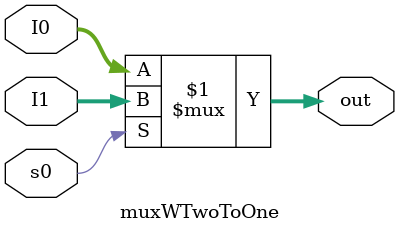
<source format=v>
/*
Implement a W-bit 2 to 1 and a W-bit 4 to 1 multiplexers, where W is a parameter specifying the
data width of the input.
*/
module muxWTwoToOne #(parameter W=4)(s0,I1,I0,out);

input [W-1:0] I1;
input [W-1:0] I0;
input s0;
output [W-1:0] out;

assign out=s0 ? I1 : I0;

endmodule



</source>
